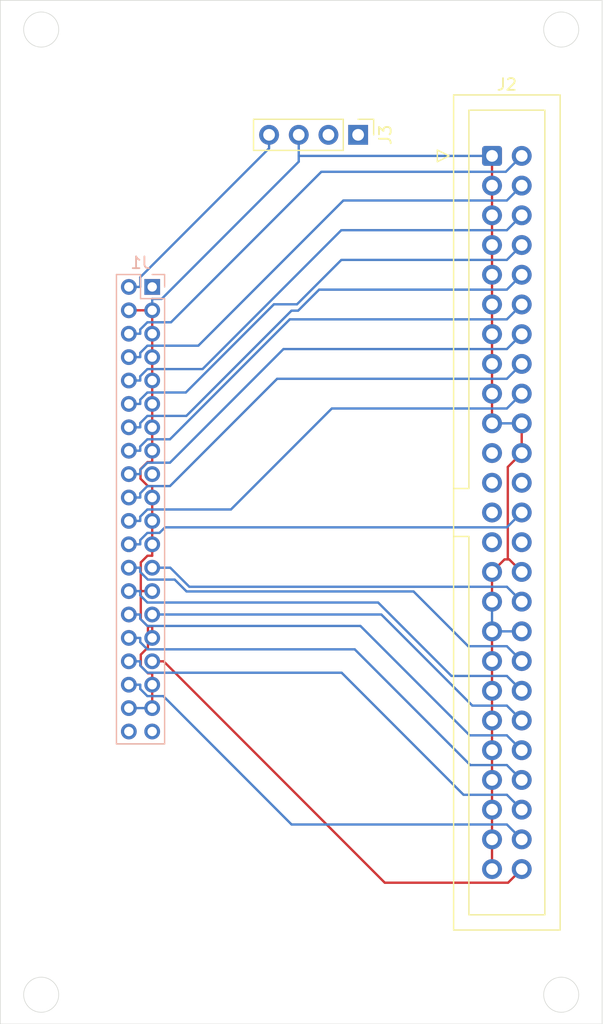
<source format=kicad_pcb>
(kicad_pcb (version 20240108) (generator "pcbnew") (generator_version "8.0")
  (layers (0 "F.Cu" signal) (31 "B.Cu" signal) (34 "B.Paste" user) (35 "F.Paste" user) (36 "B.SilkS" user "B.Silkscreen") (37 "F.SilkS" user "F.Silkscreen") (38 "B.Mask" user) (39 "F.Mask" user) (44 "Edge.Cuts" user))
  (net 0 "")
  (net 2 "/D0")
  (net 3 "GND")
  (net 4 "/VCC")
  (net 5 "/MSG")
  (net 6 "/D1")
  (net 7 "/TERM")
  (net 9 "/BSY")
  (net 10 "/D2")
  (net 11 "/ACK")
  (net 12 "/SEL")
  (net 14 "/CD")
  (net 16 "/D5")
  (net 17 "/REQ")
  (net 18 "/IO")
  (net 19 "/D7")
  (net 20 "/D4")
  (net 21 "/PARITY")
  (net 22 "/D3")
  (net 23 "/RST")
  (net 24 "/ATN")
  (net 25 "/D6")
  (footprint "Connector_IDC:IDC-Header_2x25_P2.54mm_Vertical" (layer "F.Cu") (at 195.58 50.8)
    (property "Reference" "J2" (at 1.27 -6.1 0) (layer "F.SilkS"))
    (property "Value" "Conn_02x25_Odd_Even")
    (fp_line (start -4.68 -0.5) (end -4.68 0.5) (stroke (width 0.12)) (layer "F.SilkS"))
    (fp_line (start -4.68 0.5) (end -3.68 0) (stroke (width 0.12)) (layer "F.SilkS"))
    (fp_line (start -3.68 0) (end -4.68 -0.5) (stroke (width 0.12)) (layer "F.SilkS"))
    (fp_line (start -3.29 -5.21) (end 5.83 -5.21) (stroke (width 0.12)) (layer "F.SilkS"))
    (fp_line (start -3.29 28.43) (end -1.98 28.43) (stroke (width 0.12)) (layer "F.SilkS"))
    (fp_line (start -3.29 66.17) (end -3.29 -5.21) (stroke (width 0.12)) (layer "F.SilkS"))
    (fp_line (start -1.98 -3.91) (end 4.52 -3.91) (stroke (width 0.12)) (layer "F.SilkS"))
    (fp_line (start -1.98 28.43) (end -1.98 -3.91) (stroke (width 0.12)) (layer "F.SilkS"))
    (fp_line (start -1.98 32.53) (end -3.29 32.53) (stroke (width 0.12)) (layer "F.SilkS"))
    (fp_line (start -1.98 32.53) (end -1.98 32.53) (stroke (width 0.12)) (layer "F.SilkS"))
    (fp_line (start -1.98 64.87) (end -1.98 32.53) (stroke (width 0.12)) (layer "F.SilkS"))
    (fp_line (start 4.52 -3.91) (end 4.52 64.87) (stroke (width 0.12)) (layer "F.SilkS"))
    (fp_line (start 4.52 64.87) (end -1.98 64.87) (stroke (width 0.12)) (layer "F.SilkS"))
    (fp_line (start 5.83 -5.21) (end 5.83 66.17) (stroke (width 0.12)) (layer "F.SilkS"))
    (fp_line (start 5.83 66.17) (end -3.29 66.17) (stroke (width 0.12)) (layer "F.SilkS"))
    (pad "1" thru_hole roundrect (at 0 0) (size 1.7 1.7) (drill 1) (layers "*.Cu" "*.Mask") (roundrect_rratio 0.147059) (net 3 "GND"))
    (pad "2" thru_hole circle (at 2.54 0) (size 1.7 1.7) (drill 1) (layers "*.Cu" "*.Mask") (net 2 "/D0"))
    (pad "3" thru_hole circle (at 0 2.54) (size 1.7 1.7) (drill 1) (layers "*.Cu" "*.Mask") (net 3 "GND"))
    (pad "4" thru_hole circle (at 2.54 2.54) (size 1.7 1.7) (drill 1) (layers "*.Cu" "*.Mask") (net 6 "/D1"))
    (pad "5" thru_hole circle (at 0 5.08) (size 1.7 1.7) (drill 1) (layers "*.Cu" "*.Mask") (net 3 "GND"))
    (pad "6" thru_hole circle (at 2.54 5.08) (size 1.7 1.7) (drill 1) (layers "*.Cu" "*.Mask") (net 10 "/D2"))
    (pad "7" thru_hole circle (at 0 7.62) (size 1.7 1.7) (drill 1) (layers "*.Cu" "*.Mask") (net 3 "GND"))
    (pad "8" thru_hole circle (at 2.54 7.62) (size 1.7 1.7) (drill 1) (layers "*.Cu" "*.Mask") (net 22 "/D3"))
    (pad "9" thru_hole circle (at 0 10.16) (size 1.7 1.7) (drill 1) (layers "*.Cu" "*.Mask") (net 3 "GND"))
    (pad "10" thru_hole circle (at 2.54 10.16) (size 1.7 1.7) (drill 1) (layers "*.Cu" "*.Mask") (net 20 "/D4"))
    (pad "11" thru_hole circle (at 0 12.7) (size 1.7 1.7) (drill 1) (layers "*.Cu" "*.Mask") (net 3 "GND"))
    (pad "12" thru_hole circle (at 2.54 12.7) (size 1.7 1.7) (drill 1) (layers "*.Cu" "*.Mask") (net 16 "/D5"))
    (pad "13" thru_hole circle (at 0 15.24) (size 1.7 1.7) (drill 1) (layers "*.Cu" "*.Mask") (net 3 "GND"))
    (pad "14" thru_hole circle (at 2.54 15.24) (size 1.7 1.7) (drill 1) (layers "*.Cu" "*.Mask") (net 25 "/D6"))
    (pad "15" thru_hole circle (at 0 17.78) (size 1.7 1.7) (drill 1) (layers "*.Cu" "*.Mask") (net 3 "GND"))
    (pad "16" thru_hole circle (at 2.54 17.78) (size 1.7 1.7) (drill 1) (layers "*.Cu" "*.Mask") (net 19 "/D7"))
    (pad "17" thru_hole circle (at 0 20.32) (size 1.7 1.7) (drill 1) (layers "*.Cu" "*.Mask") (net 3 "GND"))
    (pad "18" thru_hole circle (at 2.54 20.32) (size 1.7 1.7) (drill 1) (layers "*.Cu" "*.Mask") (net 21 "/PARITY"))
    (pad "19" thru_hole circle (at 0 22.86) (size 1.7 1.7) (drill 1) (layers "*.Cu" "*.Mask") (net 3 "GND"))
    (pad "20" thru_hole circle (at 2.54 22.86) (size 1.7 1.7) (drill 1) (layers "*.Cu" "*.Mask") (net 3 "GND"))
    (pad "21" thru_hole circle (at 0 25.4) (size 1.7 1.7) (drill 1) (layers "*.Cu" "*.Mask"))
    (pad "22" thru_hole circle (at 2.54 25.4) (size 1.7 1.7) (drill 1) (layers "*.Cu" "*.Mask") (net 3 "GND"))
    (pad "23" thru_hole circle (at 0 27.94) (size 1.7 1.7) (drill 1) (layers "*.Cu" "*.Mask"))
    (pad "24" thru_hole circle (at 2.54 27.94) (size 1.7 1.7) (drill 1) (layers "*.Cu" "*.Mask"))
    (pad "25" thru_hole circle (at 0 30.48) (size 1.7 1.7) (drill 1) (layers "*.Cu" "*.Mask"))
    (pad "26" thru_hole circle (at 2.54 30.48) (size 1.7 1.7) (drill 1) (layers "*.Cu" "*.Mask") (net 7 "/TERM"))
    (pad "27" thru_hole circle (at 0 33.02) (size 1.7 1.7) (drill 1) (layers "*.Cu" "*.Mask"))
    (pad "28" thru_hole circle (at 2.54 33.02) (size 1.7 1.7) (drill 1) (layers "*.Cu" "*.Mask"))
    (pad "29" thru_hole circle (at 0 35.56) (size 1.7 1.7) (drill 1) (layers "*.Cu" "*.Mask") (net 3 "GND"))
    (pad "30" thru_hole circle (at 2.54 35.56) (size 1.7 1.7) (drill 1) (layers "*.Cu" "*.Mask") (net 3 "GND"))
    (pad "31" thru_hole circle (at 0 38.1) (size 1.7 1.7) (drill 1) (layers "*.Cu" "*.Mask") (net 3 "GND"))
    (pad "32" thru_hole circle (at 2.54 38.1) (size 1.7 1.7) (drill 1) (layers "*.Cu" "*.Mask") (net 24 "/ATN"))
    (pad "33" thru_hole circle (at 0 40.64) (size 1.7 1.7) (drill 1) (layers "*.Cu" "*.Mask") (net 3 "GND"))
    (pad "34" thru_hole circle (at 2.54 40.64) (size 1.7 1.7) (drill 1) (layers "*.Cu" "*.Mask") (net 3 "GND"))
    (pad "35" thru_hole circle (at 0 43.18) (size 1.7 1.7) (drill 1) (layers "*.Cu" "*.Mask") (net 3 "GND"))
    (pad "36" thru_hole circle (at 2.54 43.18) (size 1.7 1.7) (drill 1) (layers "*.Cu" "*.Mask") (net 9 "/BSY"))
    (pad "37" thru_hole circle (at 0 45.72) (size 1.7 1.7) (drill 1) (layers "*.Cu" "*.Mask") (net 3 "GND"))
    (pad "38" thru_hole circle (at 2.54 45.72) (size 1.7 1.7) (drill 1) (layers "*.Cu" "*.Mask") (net 11 "/ACK"))
    (pad "39" thru_hole circle (at 0 48.26) (size 1.7 1.7) (drill 1) (layers "*.Cu" "*.Mask") (net 3 "GND"))
    (pad "40" thru_hole circle (at 2.54 48.26) (size 1.7 1.7) (drill 1) (layers "*.Cu" "*.Mask") (net 23 "/RST"))
    (pad "41" thru_hole circle (at 0 50.8) (size 1.7 1.7) (drill 1) (layers "*.Cu" "*.Mask") (net 3 "GND"))
    (pad "42" thru_hole circle (at 2.54 50.8) (size 1.7 1.7) (drill 1) (layers "*.Cu" "*.Mask") (net 5 "/MSG"))
    (pad "43" thru_hole circle (at 0 53.34) (size 1.7 1.7) (drill 1) (layers "*.Cu" "*.Mask") (net 3 "GND"))
    (pad "44" thru_hole circle (at 2.54 53.34) (size 1.7 1.7) (drill 1) (layers "*.Cu" "*.Mask") (net 12 "/SEL"))
    (pad "45" thru_hole circle (at 0 55.88) (size 1.7 1.7) (drill 1) (layers "*.Cu" "*.Mask") (net 3 "GND"))
    (pad "46" thru_hole circle (at 2.54 55.88) (size 1.7 1.7) (drill 1) (layers "*.Cu" "*.Mask") (net 14 "/CD"))
    (pad "47" thru_hole circle (at 0 58.42) (size 1.7 1.7) (drill 1) (layers "*.Cu" "*.Mask") (net 3 "GND"))
    (pad "48" thru_hole circle (at 2.54 58.42) (size 1.7 1.7) (drill 1) (layers "*.Cu" "*.Mask") (net 17 "/REQ"))
    (pad "49" thru_hole circle (at 0 60.96) (size 1.7 1.7) (drill 1) (layers "*.Cu" "*.Mask") (net 3 "GND"))
    (pad "50" thru_hole circle (at 2.54 60.96) (size 1.7 1.7) (drill 1) (layers "*.Cu" "*.Mask") (net 18 "/IO"))
  )
  (footprint "Connector_PinHeader_2.54mm:PinHeader_1x04_P2.54mm_Vertical" (layer "F.Cu") (at 184.12 49 -90)
    (property "Reference" "J3" (at 0 -2.33 90) (layer "F.SilkS"))
    (property "Value" "Conn_01x04")
    (fp_line (start -1.33 8.95) (end 1.33 8.95) (stroke (width 0.12)) (layer "F.SilkS"))
    (fp_line (start -1.33 1.27) (end -1.33 8.95) (stroke (width 0.12)) (layer "F.SilkS"))
    (fp_line (start -1.33 1.27) (end 1.33 1.27) (stroke (width 0.12)) (layer "F.SilkS"))
    (fp_line (start 1.33 1.27) (end 1.33 8.95) (stroke (width 0.12)) (layer "F.SilkS"))
    (fp_line (start -1.33 0) (end -1.33 -1.33) (stroke (width 0.12)) (layer "F.SilkS"))
    (fp_line (start -1.33 -1.33) (end 0 -1.33) (stroke (width 0.12)) (layer "F.SilkS"))
    (pad "1" thru_hole rect (at 0 0 270) (size 1.7 1.7) (drill 1) (layers "*.Cu" "*.Mask"))
    (pad "2" thru_hole oval (at 0 2.54 270) (size 1.7 1.7) (drill 1) (layers "*.Cu" "*.Mask"))
    (pad "3" thru_hole oval (at 0 5.08 270) (size 1.7 1.7) (drill 1) (layers "*.Cu" "*.Mask") (net 3 "GND"))
    (pad "4" thru_hole oval (at 0 7.62 270) (size 1.7 1.7) (drill 1) (layers "*.Cu" "*.Mask") (net 4 "/VCC"))
  )
  (footprint "Connector_PinHeader_2.00mm:PinHeader_2x20_P2.00mm_Vertical" (layer "B.Cu") (at 166.5 62 180)
    (property "Reference" "J1" (at 1 2.06 180) (layer "B.SilkS") (effects (justify mirror)))
    (property "Value" "Conn_02x20_Odd_Even")
    (fp_line (start 3.06 1.06) (end 1 1.06) (stroke (width 0.12)) (layer "B.SilkS"))
    (fp_line (start 3.06 -39.06) (end 3.06 1.06) (stroke (width 0.12)) (layer "B.SilkS"))
    (fp_line (start 3.06 -39.06) (end -1.06 -39.06) (stroke (width 0.12)) (layer "B.SilkS"))
    (fp_line (start 1 1.06) (end 1 -1) (stroke (width 0.12)) (layer "B.SilkS"))
    (fp_line (start 1 -1) (end -1.06 -1) (stroke (width 0.12)) (layer "B.SilkS"))
    (fp_line (start 0 1.06) (end -1.06 1.06) (stroke (width 0.12)) (layer "B.SilkS"))
    (fp_line (start -1.06 1.06) (end -1.06 0) (stroke (width 0.12)) (layer "B.SilkS"))
    (fp_line (start -1.06 -39.06) (end -1.06 -1) (stroke (width 0.12)) (layer "B.SilkS"))
    (pad "1" thru_hole rect (at 0 0 180) (size 1.35 1.35) (drill 0.8) (layers "*.Cu" "*.Mask"))
    (pad "2" thru_hole oval (at 2 0 180) (size 1.35 1.35) (drill 0.8) (layers "*.Cu" "*.Mask") (net 4 "/VCC"))
    (pad "3" thru_hole oval (at 0 -2 180) (size 1.35 1.35) (drill 0.8) (layers "*.Cu" "*.Mask") (net 3 "GND"))
    (pad "4" thru_hole oval (at 2 -2 180) (size 1.35 1.35) (drill 0.8) (layers "*.Cu" "*.Mask") (net 3 "GND"))
    (pad "5" thru_hole oval (at 0 -4 180) (size 1.35 1.35) (drill 0.8) (layers "*.Cu" "*.Mask") (net 3 "GND"))
    (pad "6" thru_hole oval (at 2 -4 180) (size 1.35 1.35) (drill 0.8) (layers "*.Cu" "*.Mask") (net 2 "/D0"))
    (pad "7" thru_hole oval (at 0 -6 180) (size 1.35 1.35) (drill 0.8) (layers "*.Cu" "*.Mask") (net 3 "GND"))
    (pad "8" thru_hole oval (at 2 -6 180) (size 1.35 1.35) (drill 0.8) (layers "*.Cu" "*.Mask") (net 6 "/D1"))
    (pad "9" thru_hole oval (at 0 -8 180) (size 1.35 1.35) (drill 0.8) (layers "*.Cu" "*.Mask") (net 3 "GND"))
    (pad "10" thru_hole oval (at 2 -8 180) (size 1.35 1.35) (drill 0.8) (layers "*.Cu" "*.Mask") (net 10 "/D2"))
    (pad "11" thru_hole oval (at 0 -10 180) (size 1.35 1.35) (drill 0.8) (layers "*.Cu" "*.Mask") (net 3 "GND"))
    (pad "12" thru_hole oval (at 2 -10 180) (size 1.35 1.35) (drill 0.8) (layers "*.Cu" "*.Mask") (net 22 "/D3"))
    (pad "13" thru_hole oval (at 0 -12 180) (size 1.35 1.35) (drill 0.8) (layers "*.Cu" "*.Mask") (net 3 "GND"))
    (pad "14" thru_hole oval (at 2 -12 180) (size 1.35 1.35) (drill 0.8) (layers "*.Cu" "*.Mask") (net 20 "/D4"))
    (pad "15" thru_hole oval (at 0 -14 180) (size 1.35 1.35) (drill 0.8) (layers "*.Cu" "*.Mask") (net 3 "GND"))
    (pad "16" thru_hole oval (at 2 -14 180) (size 1.35 1.35) (drill 0.8) (layers "*.Cu" "*.Mask") (net 16 "/D5"))
    (pad "17" thru_hole oval (at 0 -16 180) (size 1.35 1.35) (drill 0.8) (layers "*.Cu" "*.Mask"))
    (pad "18" thru_hole oval (at 2 -16 180) (size 1.35 1.35) (drill 0.8) (layers "*.Cu" "*.Mask") (net 25 "/D6"))
    (pad "19" thru_hole oval (at 0 -18 180) (size 1.35 1.35) (drill 0.8) (layers "*.Cu" "*.Mask") (net 3 "GND"))
    (pad "20" thru_hole oval (at 2 -18 180) (size 1.35 1.35) (drill 0.8) (layers "*.Cu" "*.Mask") (net 19 "/D7"))
    (pad "21" thru_hole oval (at 0 -20 180) (size 1.35 1.35) (drill 0.8) (layers "*.Cu" "*.Mask") (net 3 "GND"))
    (pad "22" thru_hole oval (at 2 -20 180) (size 1.35 1.35) (drill 0.8) (layers "*.Cu" "*.Mask") (net 21 "/PARITY"))
    (pad "23" thru_hole oval (at 0 -22 180) (size 1.35 1.35) (drill 0.8) (layers "*.Cu" "*.Mask") (net 3 "GND"))
    (pad "24" thru_hole oval (at 2 -22 180) (size 1.35 1.35) (drill 0.8) (layers "*.Cu" "*.Mask") (net 7 "/TERM"))
    (pad "25" thru_hole oval (at 0 -24 180) (size 1.35 1.35) (drill 0.8) (layers "*.Cu" "*.Mask") (net 24 "/ATN"))
    (pad "26" thru_hole oval (at 2 -24 180) (size 1.35 1.35) (drill 0.8) (layers "*.Cu" "*.Mask") (net 9 "/BSY"))
    (pad "27" thru_hole oval (at 0 -26 180) (size 1.35 1.35) (drill 0.8) (layers "*.Cu" "*.Mask") (net 3 "GND"))
    (pad "28" thru_hole oval (at 2 -26 180) (size 1.35 1.35) (drill 0.8) (layers "*.Cu" "*.Mask") (net 11 "/ACK"))
    (pad "29" thru_hole oval (at 0 -28 180) (size 1.35 1.35) (drill 0.8) (layers "*.Cu" "*.Mask") (net 23 "/RST"))
    (pad "30" thru_hole oval (at 2 -28 180) (size 1.35 1.35) (drill 0.8) (layers "*.Cu" "*.Mask") (net 5 "/MSG"))
    (pad "31" thru_hole oval (at 0 -30 180) (size 1.35 1.35) (drill 0.8) (layers "*.Cu" "*.Mask") (net 3 "GND"))
    (pad "32" thru_hole oval (at 2 -30 180) (size 1.35 1.35) (drill 0.8) (layers "*.Cu" "*.Mask") (net 12 "/SEL"))
    (pad "33" thru_hole oval (at 0 -32 180) (size 1.35 1.35) (drill 0.8) (layers "*.Cu" "*.Mask") (net 18 "/IO"))
    (pad "34" thru_hole oval (at 2 -32 180) (size 1.35 1.35) (drill 0.8) (layers "*.Cu" "*.Mask") (net 14 "/CD"))
    (pad "35" thru_hole oval (at 0 -34 180) (size 1.35 1.35) (drill 0.8) (layers "*.Cu" "*.Mask") (net 3 "GND"))
    (pad "36" thru_hole oval (at 2 -34 180) (size 1.35 1.35) (drill 0.8) (layers "*.Cu" "*.Mask") (net 17 "/REQ"))
    (pad "37" thru_hole oval (at 0 -36 180) (size 1.35 1.35) (drill 0.8) (layers "*.Cu" "*.Mask") (net 3 "GND"))
    (pad "38" thru_hole oval (at 2 -36 180) (size 1.35 1.35) (drill 0.8) (layers "*.Cu" "*.Mask") (net 3 "GND"))
    (pad "39" thru_hole oval (at 0 -38 180) (size 1.35 1.35) (drill 0.8) (layers "*.Cu" "*.Mask"))
    (pad "40" thru_hole oval (at 2 -38 180) (size 1.35 1.35) (drill 0.8) (layers "*.Cu" "*.Mask"))
  )
  (gr_rect (start 153.5 37.5) (end 205 125) (stroke (width 0.05)) (fill none) (layer "Edge.Cuts"))
  (gr_circle (center 157 40) (end 155.5 40) (stroke (width 0.05)) (fill none) (layer "Edge.Cuts"))
  (gr_circle (center 201.5 122.5) (end 200 122.5) (stroke (width 0.05)) (fill none) (layer "Edge.Cuts"))
  (gr_circle (center 201.5 40) (end 200 40) (stroke (width 0.05)) (fill none) (layer "Edge.Cuts"))
  (gr_circle (center 157 122.5) (end 155.5 122.5) (stroke (width 0.05)) (fill none) (layer "Edge.Cuts"))
  (segment (start 196.7618 52.1582) (end 198.12 50.8) (width 0.2) (layer "B.Cu") (net 2))
  (segment (start 180.973 52.1582) (end 196.7618 52.1582) (width 0.2) (layer "B.Cu") (net 2))
  (segment (start 165.4767 66) (end 165.4767 65.6336) (width 0.2) (layer "B.Cu") (net 2))
  (segment (start 168.1079 65.0233) (end 180.973 52.1582) (width 0.2) (layer "B.Cu") (net 2))
  (segment (start 165.4767 65.6336) (end 166.087 65.0233) (width 0.2) (layer "B.Cu") (net 2))
  (segment (start 164.5 66) (end 165.4767 66) (width 0.2) (layer "B.Cu") (net 2))
  (segment (start 166.087 65.0233) (end 168.1079 65.0233) (width 0.2) (layer "B.Cu") (net 2))
  (segment (start 195.58 68.58) (end 195.58 66.04) (width 0.2) (layer "F.Cu") (net 3))
  (segment (start 197.0497 85.2897) (end 196.9294 85.2897) (width 0.2) (layer "F.Cu") (net 3))
  (segment (start 166.5 95.0233) (end 166.1336 95.0233) (width 0.2) (layer "F.Cu") (net 3))
  (segment (start 195.58 109.22) (end 195.58 106.68) (width 0.2) (layer "F.Cu") (net 3))
  (segment (start 195.58 53.34) (end 195.58 50.8) (width 0.2) (layer "F.Cu") (net 3))
  (segment (start 165.5233 88) (end 165.5233 85.5486) (width 0.2) (layer "F.Cu") (net 3))
  (segment (start 166.5 98) (end 166.5 96) (width 0.2) (layer "F.Cu") (net 3))
  (segment (start 196.9294 85.2897) (end 196.6503 85.2897) (width 0.2) (layer "F.Cu") (net 3))
  (segment (start 166.5 64) (end 165.4767 64) (width 0.2) (layer "F.Cu") (net 3))
  (segment (start 166.5 66) (end 166.5 64) (width 0.2) (layer "F.Cu") (net 3))
  (segment (start 166.5 91.0233) (end 166.1337 91.0233) (width 0.2) (layer "F.Cu") (net 3))
  (segment (start 166.5 84) (end 166.5 82) (width 0.2) (layer "F.Cu") (net 3))
  (segment (start 195.58 111.76) (end 195.58 109.22) (width 0.2) (layer "F.Cu") (net 3))
  (segment (start 166.1336 95.0233) (end 165.5233 94.413) (width 0.2) (layer "F.Cu") (net 3))
  (segment (start 195.58 104.14) (end 195.58 101.6) (width 0.2) (layer "F.Cu") (net 3))
  (segment (start 195.58 99.06) (end 195.58 96.52) (width 0.2) (layer "F.Cu") (net 3))
  (segment (start 195.58 60.96) (end 195.58 58.42) (width 0.2) (layer "F.Cu") (net 3))
  (segment (start 166.0952 76.9767) (end 166.5 76.9767) (width 0.2) (layer "F.Cu") (net 3))
  (segment (start 166.5 76) (end 166.5 74) (width 0.2) (layer "F.Cu") (net 3))
  (segment (start 166.5 96) (end 166.5 95.0233) (width 0.2) (layer "F.Cu") (net 3))
  (segment (start 195.58 88.9) (end 195.58 86.36) (width 0.2) (layer "F.Cu") (net 3))
  (segment (start 166.5 82) (end 166.5 80) (width 0.2) (layer "F.Cu") (net 3))
  (segment (start 198.12 76.2) (end 198.12 73.66) (width 0.2) (layer "F.Cu") (net 3))
  (segment (start 195.58 73.66) (end 195.58 71.12) (width 0.2) (layer "F.Cu") (net 3))
  (segment (start 195.58 58.42) (end 195.58 55.88) (width 0.2) (layer "F.Cu") (net 3))
  (segment (start 195.58 101.6) (end 195.58 99.06) (width 0.2) (layer "F.Cu") (net 3))
  (segment (start 196.9294 85.2897) (end 196.9294 77.3906) (width 0.2) (layer "F.Cu") (net 3))
  (segment (start 166.5 72) (end 166.5 70) (width 0.2) (layer "F.Cu") (net 3))
  (segment (start 198.12 86.36) (end 197.0497 85.2897) (width 0.2) (layer "F.Cu") (net 3))
  (segment (start 165.5 78.3896) (end 165.5 77.5719) (width 0.2) (layer "F.Cu") (net 3))
  (segment (start 195.58 106.68) (end 195.58 104.14) (width 0.2) (layer "F.Cu") (net 3))
  (segment (start 196.9294 77.3906) (end 198.12 76.2) (width 0.2) (layer "F.Cu") (net 3))
  (segment (start 166.1337 92.8163) (end 166.1337 91.0233) (width 0.2) (layer "F.Cu") (net 3))
  (segment (start 166.5 76) (end 166.5 76.9767) (width 0.2) (layer "F.Cu") (net 3))
  (segment (start 166.5 92) (end 166.5 91.0233) (width 0.2) (layer "F.Cu") (net 3))
  (segment (start 165.5233 93.4267) (end 166.1337 92.8163) (width 0.2) (layer "F.Cu") (net 3))
  (segment (start 166.5 88) (end 165.5233 88) (width 0.2) (layer "F.Cu") (net 3))
  (segment (start 195.58 71.12) (end 195.58 68.58) (width 0.2) (layer "F.Cu") (net 3))
  (segment (start 165.5233 90.4129) (end 165.5233 88) (width 0.2) (layer "F.Cu") (net 3))
  (segment (start 195.58 63.5) (end 195.58 60.96) (width 0.2) (layer "F.Cu") (net 3))
  (segment (start 165.5233 94.413) (end 165.5233 93.4267) (width 0.2) (layer "F.Cu") (net 3))
  (segment (start 166.5 68) (end 166.5 66) (width 0.2) (layer "F.Cu") (net 3))
  (segment (start 195.58 55.88) (end 195.58 53.34) (width 0.2) (layer "F.Cu") (net 3))
  (segment (start 165.5233 85.5486) (end 166.0952 84.9767) (width 0.2) (layer "F.Cu") (net 3))
  (segment (start 195.58 96.52) (end 195.58 93.98) (width 0.2) (layer "F.Cu") (net 3))
  (segment (start 195.58 66.04) (end 195.58 63.5) (width 0.2) (layer "F.Cu") (net 3))
  (segment (start 166.1337 79.0233) (end 165.5 78.3896) (width 0.2) (layer "F.Cu") (net 3))
  (segment (start 166.5 80) (end 166.5 79.0233) (width 0.2) (layer "F.Cu") (net 3))
  (segment (start 166.5 70) (end 166.5 68) (width 0.2) (layer "F.Cu") (net 3))
  (segment (start 164.5 64) (end 165.4767 64) (width 0.2) (layer "F.Cu") (net 3))
  (segment (start 196.6503 85.2897) (end 195.58 86.36) (width 0.2) (layer "F.Cu") (net 3))
  (segment (start 195.58 93.98) (end 195.58 91.44) (width 0.2) (layer "F.Cu") (net 3))
  (segment (start 166.1337 91.0233) (end 165.5233 90.4129) (width 0.2) (layer "F.Cu") (net 3))
  (segment (start 166.5 84) (end 166.5 84.9767) (width 0.2) (layer "F.Cu") (net 3))
  (segment (start 166.5 74) (end 166.5 72) (width 0.2) (layer "F.Cu") (net 3))
  (segment (start 166.5 79.0233) (end 166.1337 79.0233) (width 0.2) (layer "F.Cu") (net 3))
  (segment (start 166.0952 84.9767) (end 166.5 84.9767) (width 0.2) (layer "F.Cu") (net 3))
  (segment (start 165.5 77.5719) (end 166.0952 76.9767) (width 0.2) (layer "F.Cu") (net 3))
  (segment (start 166.5 63.0233) (end 167.3117 63.0233) (width 0.2) (layer "B.Cu") (net 3))
  (segment (start 164.5 98) (end 166.5 98) (width 0.2) (layer "B.Cu") (net 3))
  (segment (start 179.04 50.8) (end 179.04 49) (width 0.2) (layer "B.Cu") (net 3))
  (segment (start 198.12 73.66) (end 195.58 73.66) (width 0.2) (layer "B.Cu") (net 3))
  (segment (start 195.58 91.44) (end 195.58 88.9) (width 0.2) (layer "B.Cu") (net 3))
  (segment (start 179.04 51.295) (end 179.04 50.8) (width 0.2) (layer "B.Cu") (net 3))
  (segment (start 166.5 64) (end 166.5 63.0233) (width 0.2) (layer "B.Cu") (net 3))
  (segment (start 195.58 50.8) (end 179.04 50.8) (width 0.2) (layer "B.Cu") (net 3))
  (segment (start 198.12 91.44) (end 195.58 91.44) (width 0.2) (layer "B.Cu") (net 3))
  (segment (start 167.3117 63.0233) (end 179.04 51.295) (width 0.2) (layer "B.Cu") (net 3))
  (segment (start 165.4767 61.175) (end 176.5 50.1517) (width 0.2) (layer "B.Cu") (net 4))
  (segment (start 176.5 49) (end 176.5 50.1517) (width 0.2) (layer "B.Cu") (net 4))
  (segment (start 164.5 62) (end 165.4767 62) (width 0.2) (layer "B.Cu") (net 4))
  (segment (start 165.4767 62) (end 165.4767 61.175) (width 0.2) (layer "B.Cu") (net 4))
  (segment (start 165.4767 90) (end 165.4767 90.3664) (width 0.2) (layer "B.Cu") (net 5))
  (segment (start 165.4767 90.3664) (end 166.087 90.9767) (width 0.2) (layer "B.Cu") (net 5))
  (segment (start 166.087 90.9767) (end 184.3154 90.9767) (width 0.2) (layer "B.Cu") (net 5))
  (segment (start 196.85 100.33) (end 198.12 101.6) (width 0.2) (layer "B.Cu") (net 5))
  (segment (start 193.6687 100.33) (end 196.85 100.33) (width 0.2) (layer "B.Cu") (net 5))
  (segment (start 164.5 90) (end 165.4767 90) (width 0.2) (layer "B.Cu") (net 5))
  (segment (start 184.3154 90.9767) (end 193.6687 100.33) (width 0.2) (layer "B.Cu") (net 5))
  (segment (start 182.8583 54.6115) (end 196.8485 54.6115) (width 0.2) (layer "B.Cu") (net 6))
  (segment (start 166.087 67.0233) (end 170.4465 67.0233) (width 0.2) (layer "B.Cu") (net 6))
  (segment (start 170.4465 67.0233) (end 182.8583 54.6115) (width 0.2) (layer "B.Cu") (net 6))
  (segment (start 165.4767 68) (end 165.4767 67.6336) (width 0.2) (layer "B.Cu") (net 6))
  (segment (start 165.4767 67.6336) (end 166.087 67.0233) (width 0.2) (layer "B.Cu") (net 6))
  (segment (start 164.5 68) (end 165.4767 68) (width 0.2) (layer "B.Cu") (net 6))
  (segment (start 196.8485 54.6115) (end 198.12 53.34) (width 0.2) (layer "B.Cu") (net 6))
  (segment (start 164.5 84) (end 165.4767 84) (width 0.2) (layer "B.Cu") (net 7))
  (segment (start 166.087 83.0233) (end 167.1217 83.0233) (width 0.2) (layer "B.Cu") (net 7))
  (segment (start 196.85 82.55) (end 198.12 81.28) (width 0.2) (layer "B.Cu") (net 7))
  (segment (start 165.4767 83.6336) (end 166.087 83.0233) (width 0.2) (layer "B.Cu") (net 7))
  (segment (start 167.595 82.55) (end 196.85 82.55) (width 0.2) (layer "B.Cu") (net 7))
  (segment (start 165.4767 84) (end 165.4767 83.6336) (width 0.2) (layer "B.Cu") (net 7))
  (segment (start 167.1217 83.0233) (end 167.595 82.55) (width 0.2) (layer "B.Cu") (net 7))
  (segment (start 166.1253 87.0149) (end 168.4229 87.0149) (width 0.2) (layer "B.Cu") (net 9))
  (segment (start 164.5 86) (end 165.4767 86) (width 0.2) (layer "B.Cu") (net 9))
  (segment (start 193.5432 92.71) (end 196.85 92.71) (width 0.2) (layer "B.Cu") (net 9))
  (segment (start 168.4229 87.0149) (end 169.4382 88.0302) (width 0.2) (layer "B.Cu") (net 9))
  (segment (start 196.85 92.71) (end 198.12 93.98) (width 0.2) (layer "B.Cu") (net 9))
  (segment (start 169.4382 88.0302) (end 188.8634 88.0302) (width 0.2) (layer "B.Cu") (net 9))
  (segment (start 165.4767 86) (end 165.4767 86.3663) (width 0.2) (layer "B.Cu") (net 9))
  (segment (start 165.4767 86.3663) (end 166.1253 87.0149) (width 0.2) (layer "B.Cu") (net 9))
  (segment (start 188.8634 88.0302) (end 193.5432 92.71) (width 0.2) (layer "B.Cu") (net 9))
  (segment (start 164.5 70) (end 165.4767 70) (width 0.2) (layer "B.Cu") (net 10))
  (segment (start 165.4767 69.6336) (end 165.4767 70) (width 0.2) (layer "B.Cu") (net 10))
  (segment (start 170.808 69.0233) (end 166.087 69.0233) (width 0.2) (layer "B.Cu") (net 10))
  (segment (start 196.8485 57.1515) (end 182.6798 57.1515) (width 0.2) (layer "B.Cu") (net 10))
  (segment (start 182.6798 57.1515) (end 170.808 69.0233) (width 0.2) (layer "B.Cu") (net 10))
  (segment (start 198.12 55.88) (end 196.8485 57.1515) (width 0.2) (layer "B.Cu") (net 10))
  (segment (start 166.087 69.0233) (end 165.4767 69.6336) (width 0.2) (layer "B.Cu") (net 10))
  (segment (start 196.85 95.25) (end 198.12 96.52) (width 0.2) (layer "B.Cu") (net 11))
  (segment (start 166.087 88.9767) (end 185.8331 88.9767) (width 0.2) (layer "B.Cu") (net 11))
  (segment (start 185.8331 88.9767) (end 192.1064 95.25) (width 0.2) (layer "B.Cu") (net 11))
  (segment (start 192.1064 95.25) (end 196.85 95.25) (width 0.2) (layer "B.Cu") (net 11))
  (segment (start 165.4767 88.3664) (end 166.087 88.9767) (width 0.2) (layer "B.Cu") (net 11))
  (segment (start 164.5 88) (end 165.4767 88) (width 0.2) (layer "B.Cu") (net 11))
  (segment (start 165.4767 88) (end 165.4767 88.3664) (width 0.2) (layer "B.Cu") (net 11))
  (segment (start 166.087 92.9767) (end 183.8292 92.9767) (width 0.2) (layer "B.Cu") (net 12))
  (segment (start 164.5 92) (end 165.4767 92) (width 0.2) (layer "B.Cu") (net 12))
  (segment (start 193.7225 102.87) (end 196.85 102.87) (width 0.2) (layer "B.Cu") (net 12))
  (segment (start 183.8292 92.9767) (end 193.7225 102.87) (width 0.2) (layer "B.Cu") (net 12))
  (segment (start 165.4767 92.3664) (end 166.087 92.9767) (width 0.2) (layer "B.Cu") (net 12))
  (segment (start 196.85 102.87) (end 198.12 104.14) (width 0.2) (layer "B.Cu") (net 12))
  (segment (start 165.4767 92) (end 165.4767 92.3664) (width 0.2) (layer "B.Cu") (net 12))
  (segment (start 182.7099 94.9767) (end 193.1432 105.41) (width 0.2) (layer "B.Cu") (net 14))
  (segment (start 166.087 94.9767) (end 182.7099 94.9767) (width 0.2) (layer "B.Cu") (net 14))
  (segment (start 164.5 94) (end 165.4767 94) (width 0.2) (layer "B.Cu") (net 14))
  (segment (start 196.85 105.41) (end 198.12 106.68) (width 0.2) (layer "B.Cu") (net 14))
  (segment (start 165.4767 94.3664) (end 166.087 94.9767) (width 0.2) (layer "B.Cu") (net 14))
  (segment (start 165.4767 94) (end 165.4767 94.3664) (width 0.2) (layer "B.Cu") (net 14))
  (segment (start 193.1432 105.41) (end 196.85 105.41) (width 0.2) (layer "B.Cu") (net 14))
  (segment (start 164.5 76) (end 165.4767 76) (width 0.2) (layer "B.Cu") (net 16))
  (segment (start 165.4767 75.6336) (end 166.087 75.0233) (width 0.2) (layer "B.Cu") (net 16))
  (segment (start 168.0198 75.0233) (end 178.2716 64.7715) (width 0.2) (layer "B.Cu") (net 16))
  (segment (start 196.8485 64.7715) (end 198.12 63.5) (width 0.2) (layer "B.Cu") (net 16))
  (segment (start 166.087 75.0233) (end 168.0198 75.0233) (width 0.2) (layer "B.Cu") (net 16))
  (segment (start 178.2716 64.7715) (end 196.8485 64.7715) (width 0.2) (layer "B.Cu") (net 16))
  (segment (start 165.4767 76) (end 165.4767 75.6336) (width 0.2) (layer "B.Cu") (net 16))
  (segment (start 196.85 107.95) (end 198.12 109.22) (width 0.2) (layer "B.Cu") (net 17))
  (segment (start 166.087 96.9767) (end 167.452 96.9767) (width 0.2) (layer "B.Cu") (net 17))
  (segment (start 165.4767 96) (end 165.4767 96.3664) (width 0.2) (layer "B.Cu") (net 17))
  (segment (start 178.4253 107.95) (end 196.85 107.95) (width 0.2) (layer "B.Cu") (net 17))
  (segment (start 167.452 96.9767) (end 178.4253 107.95) (width 0.2) (layer "B.Cu") (net 17))
  (segment (start 164.5 96) (end 165.4767 96) (width 0.2) (layer "B.Cu") (net 17))
  (segment (start 165.4767 96.3664) (end 166.087 96.9767) (width 0.2) (layer "B.Cu") (net 17))
  (segment (start 196.9549 112.9251) (end 198.12 111.76) (width 0.2) (layer "F.Cu") (net 18))
  (segment (start 167.4767 94) (end 186.4018 112.9251) (width 0.2) (layer "F.Cu") (net 18))
  (segment (start 186.4018 112.9251) (end 196.9549 112.9251) (width 0.2) (layer "F.Cu") (net 18))
  (segment (start 166.5 94) (end 167.4767 94) (width 0.2) (layer "F.Cu") (net 18))
  (segment (start 196.8485 69.8515) (end 198.12 68.58) (width 0.2) (layer "B.Cu") (net 19))
  (segment (start 164.5 80) (end 165.4767 80) (width 0.2) (layer "B.Cu") (net 19))
  (segment (start 166.087 79.0233) (end 168.0198 79.0233) (width 0.2) (layer "B.Cu") (net 19))
  (segment (start 177.1916 69.8515) (end 196.8485 69.8515) (width 0.2) (layer "B.Cu") (net 19))
  (segment (start 165.4767 79.6336) (end 166.087 79.0233) (width 0.2) (layer "B.Cu") (net 19))
  (segment (start 165.4767 80) (end 165.4767 79.6336) (width 0.2) (layer "B.Cu") (net 19))
  (segment (start 168.0198 79.0233) (end 177.1916 69.8515) (width 0.2) (layer "B.Cu") (net 19))
  (segment (start 165.4767 73.6336) (end 166.087 73.0233) (width 0.2) (layer "B.Cu") (net 20))
  (segment (start 180.7834 62.2315) (end 196.8485 62.2315) (width 0.2) (layer "B.Cu") (net 20))
  (segment (start 165.4767 74) (end 165.4767 73.6336) (width 0.2) (layer "B.Cu") (net 20))
  (segment (start 178.4186 64.0284) (end 178.9865 64.0284) (width 0.2) (layer "B.Cu") (net 20))
  (segment (start 164.5 74) (end 165.4767 74) (width 0.2) (layer "B.Cu") (net 20))
  (segment (start 178.9865 64.0284) (end 180.7834 62.2315) (width 0.2) (layer "B.Cu") (net 20))
  (segment (start 196.8485 62.2315) (end 198.12 60.96) (width 0.2) (layer "B.Cu") (net 20))
  (segment (start 166.087 73.0233) (end 169.4237 73.0233) (width 0.2) (layer "B.Cu") (net 20))
  (segment (start 169.4237 73.0233) (end 178.4186 64.0284) (width 0.2) (layer "B.Cu") (net 20))
  (segment (start 181.8684 72.3915) (end 196.8485 72.3915) (width 0.2) (layer "B.Cu") (net 21))
  (segment (start 165.4767 81.6336) (end 166.087 81.0233) (width 0.2) (layer "B.Cu") (net 21))
  (segment (start 173.2366 81.0233) (end 181.8684 72.3915) (width 0.2) (layer "B.Cu") (net 21))
  (segment (start 164.5 82) (end 165.4767 82) (width 0.2) (layer "B.Cu") (net 21))
  (segment (start 196.8485 72.3915) (end 198.12 71.12) (width 0.2) (layer "B.Cu") (net 21))
  (segment (start 166.087 81.0233) (end 173.2366 81.0233) (width 0.2) (layer "B.Cu") (net 21))
  (segment (start 165.4767 82) (end 165.4767 81.6336) (width 0.2) (layer "B.Cu") (net 21))
  (segment (start 166.087 71.0233) (end 169.376 71.0233) (width 0.2) (layer "B.Cu") (net 22))
  (segment (start 196.85 59.69) (end 198.12 58.42) (width 0.2) (layer "B.Cu") (net 22))
  (segment (start 164.5 72) (end 165.4767 72) (width 0.2) (layer "B.Cu") (net 22))
  (segment (start 176.914 63.4853) (end 178.8909 63.4853) (width 0.2) (layer "B.Cu") (net 22))
  (segment (start 182.6862 59.69) (end 196.85 59.69) (width 0.2) (layer "B.Cu") (net 22))
  (segment (start 169.376 71.0233) (end 176.914 63.4853) (width 0.2) (layer "B.Cu") (net 22))
  (segment (start 165.4767 71.6336) (end 166.087 71.0233) (width 0.2) (layer "B.Cu") (net 22))
  (segment (start 178.8909 63.4853) (end 182.6862 59.69) (width 0.2) (layer "B.Cu") (net 22))
  (segment (start 165.4767 72) (end 165.4767 71.6336) (width 0.2) (layer "B.Cu") (net 22))
  (segment (start 186.1077 90) (end 193.8977 97.79) (width 0.2) (layer "B.Cu") (net 23))
  (segment (start 166.5 90) (end 186.1077 90) (width 0.2) (layer "B.Cu") (net 23))
  (segment (start 193.8977 97.79) (end 196.85 97.79) (width 0.2) (layer "B.Cu") (net 23))
  (segment (start 196.85 97.79) (end 198.12 99.06) (width 0.2) (layer "B.Cu") (net 23))
  (segment (start 198.12 88.9) (end 196.8485 87.6285) (width 0.2) (layer "B.Cu") (net 24))
  (segment (start 196.8485 87.6285) (end 169.6753 87.6285) (width 0.2) (layer "B.Cu") (net 24))
  (segment (start 166.5 86) (end 167.4767 86) (width 0.2) (layer "B.Cu") (net 24))
  (segment (start 169.6753 87.6285) (end 168.0468 86) (width 0.2) (layer "B.Cu") (net 24))
  (segment (start 168.0468 86) (end 167.4767 86) (width 0.2) (layer "B.Cu") (net 24))
  (segment (start 166.087 77.0233) (end 168.0198 77.0233) (width 0.2) (layer "B.Cu") (net 25))
  (segment (start 165.4767 77.6336) (end 166.087 77.0233) (width 0.2) (layer "B.Cu") (net 25))
  (segment (start 177.7316 67.3115) (end 196.8485 67.3115) (width 0.2) (layer "B.Cu") (net 25))
  (segment (start 196.8485 67.3115) (end 198.12 66.04) (width 0.2) (layer "B.Cu") (net 25))
  (segment (start 164.5 78) (end 165.4767 78) (width 0.2) (layer "B.Cu") (net 25))
  (segment (start 168.0198 77.0233) (end 177.7316 67.3115) (width 0.2) (layer "B.Cu") (net 25))
  (segment (start 165.4767 78) (end 165.4767 77.6336) (width 0.2) (layer "B.Cu") (net 25))
)
</source>
